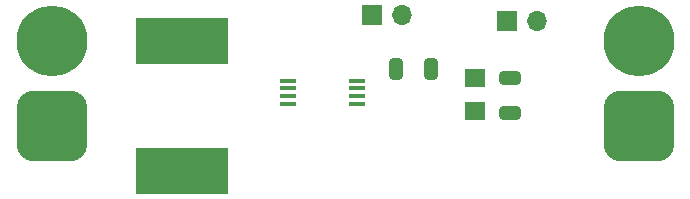
<source format=gts>
%TF.GenerationSoftware,KiCad,Pcbnew,7.0.2*%
%TF.CreationDate,2023-08-29T13:45:51-07:00*%
%TF.ProjectId,Current Sense Standalone,43757272-656e-4742-9053-656e73652053,rev?*%
%TF.SameCoordinates,Original*%
%TF.FileFunction,Soldermask,Top*%
%TF.FilePolarity,Negative*%
%FSLAX46Y46*%
G04 Gerber Fmt 4.6, Leading zero omitted, Abs format (unit mm)*
G04 Created by KiCad (PCBNEW 7.0.2) date 2023-08-29 13:45:51*
%MOMM*%
%LPD*%
G01*
G04 APERTURE LIST*
G04 Aperture macros list*
%AMRoundRect*
0 Rectangle with rounded corners*
0 $1 Rounding radius*
0 $2 $3 $4 $5 $6 $7 $8 $9 X,Y pos of 4 corners*
0 Add a 4 corners polygon primitive as box body*
4,1,4,$2,$3,$4,$5,$6,$7,$8,$9,$2,$3,0*
0 Add four circle primitives for the rounded corners*
1,1,$1+$1,$2,$3*
1,1,$1+$1,$4,$5*
1,1,$1+$1,$6,$7*
1,1,$1+$1,$8,$9*
0 Add four rect primitives between the rounded corners*
20,1,$1+$1,$2,$3,$4,$5,0*
20,1,$1+$1,$4,$5,$6,$7,0*
20,1,$1+$1,$6,$7,$8,$9,0*
20,1,$1+$1,$8,$9,$2,$3,0*%
G04 Aperture macros list end*
%ADD10RoundRect,1.500000X1.500000X-1.500000X1.500000X1.500000X-1.500000X1.500000X-1.500000X-1.500000X0*%
%ADD11C,6.000000*%
%ADD12RoundRect,0.250000X-0.325000X-0.650000X0.325000X-0.650000X0.325000X0.650000X-0.325000X0.650000X0*%
%ADD13R,1.800000X1.600000*%
%ADD14R,7.800000X4.000000*%
%ADD15RoundRect,0.250000X-0.650000X0.325000X-0.650000X-0.325000X0.650000X-0.325000X0.650000X0.325000X0*%
%ADD16R,1.700000X1.700000*%
%ADD17O,1.700000X1.700000*%
%ADD18R,1.473200X0.355600*%
G04 APERTURE END LIST*
D10*
X68344045Y-29210000D03*
D11*
X68344045Y-22010000D03*
D12*
X47801000Y-24384000D03*
X50751000Y-24384000D03*
D13*
X54453375Y-25140000D03*
X54453375Y-27940000D03*
D14*
X29629273Y-33018011D03*
X29629273Y-22018011D03*
D15*
X57404000Y-25195000D03*
X57404000Y-28145000D03*
D16*
X45720000Y-19812000D03*
D17*
X48260000Y-19812000D03*
D18*
X38608000Y-25400000D03*
X38608000Y-26049998D03*
X38608000Y-26700000D03*
X38608000Y-27349998D03*
X44450000Y-27349998D03*
X44450000Y-26700000D03*
X44450000Y-26049998D03*
X44450000Y-25400000D03*
D10*
X18650936Y-29210000D03*
D11*
X18650936Y-22010000D03*
D16*
X57150000Y-20320000D03*
D17*
X59690000Y-20320000D03*
M02*

</source>
